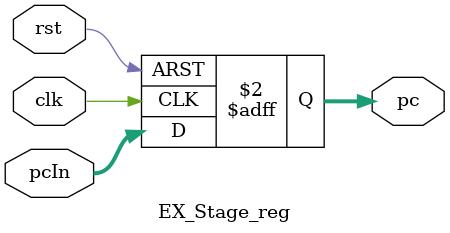
<source format=v>
module EX_Stage_reg(input clk,rst,input [31:0] pcIn,output reg [31:0] pc);
    
    always@(posedge clk, posedge rst)begin
        if(rst)
            pc<=32'h0;
        else
            pc<=pcIn;
    end

endmodule
</source>
